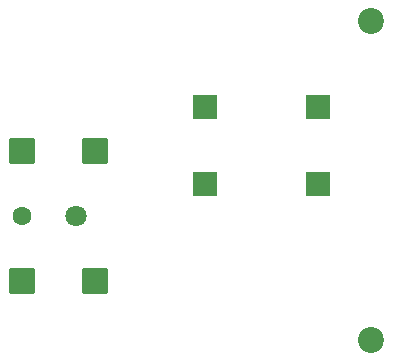
<source format=gbr>
%TF.GenerationSoftware,KiCad,Pcbnew,7.0.5*%
%TF.CreationDate,2023-10-22T13:56:56-04:00*%
%TF.ProjectId,PWR_module,5057525f-6d6f-4647-956c-652e6b696361,rev?*%
%TF.SameCoordinates,PX7270e00PY6a55ae0*%
%TF.FileFunction,Soldermask,Top*%
%TF.FilePolarity,Negative*%
%FSLAX46Y46*%
G04 Gerber Fmt 4.6, Leading zero omitted, Abs format (unit mm)*
G04 Created by KiCad (PCBNEW 7.0.5) date 2023-10-22 13:56:56*
%MOMM*%
%LPD*%
G01*
G04 APERTURE LIST*
G04 Aperture macros list*
%AMRoundRect*
0 Rectangle with rounded corners*
0 $1 Rounding radius*
0 $2 $3 $4 $5 $6 $7 $8 $9 X,Y pos of 4 corners*
0 Add a 4 corners polygon primitive as box body*
4,1,4,$2,$3,$4,$5,$6,$7,$8,$9,$2,$3,0*
0 Add four circle primitives for the rounded corners*
1,1,$1+$1,$2,$3*
1,1,$1+$1,$4,$5*
1,1,$1+$1,$6,$7*
1,1,$1+$1,$8,$9*
0 Add four rect primitives between the rounded corners*
20,1,$1+$1,$2,$3,$4,$5,0*
20,1,$1+$1,$4,$5,$6,$7,0*
20,1,$1+$1,$6,$7,$8,$9,0*
20,1,$1+$1,$8,$9,$2,$3,0*%
G04 Aperture macros list end*
%ADD10R,2.100000X2.050000*%
%ADD11C,2.200000*%
%ADD12C,1.600000*%
%ADD13C,1.800000*%
%ADD14RoundRect,0.102000X-1.000000X1.000000X-1.000000X-1.000000X1.000000X-1.000000X1.000000X1.000000X0*%
G04 APERTURE END LIST*
D10*
%TO.C,L2*%
X27500000Y18250000D03*
X27500000Y24750000D03*
%TD*%
%TO.C,L1*%
X18000000Y24750000D03*
X18000000Y18250000D03*
%TD*%
D11*
%TO.C,H3*%
X32000000Y5000000D03*
%TD*%
%TO.C,H2*%
X32000000Y32000000D03*
%TD*%
D12*
%TO.C,J1*%
X2500000Y15500000D03*
D13*
X7000000Y15500000D03*
D14*
X8650000Y10000000D03*
X2500000Y10000000D03*
X8650000Y21000000D03*
X2500000Y21000000D03*
%TD*%
M02*

</source>
